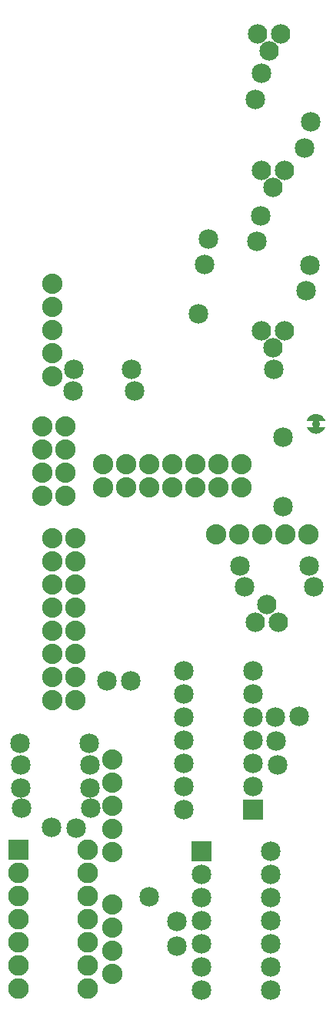
<source format=gts>
G04 MADE WITH FRITZING*
G04 WWW.FRITZING.ORG*
G04 DOUBLE SIDED*
G04 HOLES PLATED*
G04 CONTOUR ON CENTER OF CONTOUR VECTOR*
%ASAXBY*%
%FSLAX23Y23*%
%MOIN*%
%OFA0B0*%
%SFA1.0B1.0*%
%ADD10C,0.088000*%
%ADD11C,0.085000*%
%ADD12C,0.089370*%
%ADD13C,0.084000*%
%ADD14C,0.035000*%
%ADD15R,0.089370X0.089370*%
%ADD16R,0.085000X0.085000*%
%ADD17R,0.001000X0.001000*%
%LNMASK1*%
G90*
G70*
G54D10*
X237Y3210D03*
X237Y3110D03*
X237Y3010D03*
X237Y2910D03*
X237Y2810D03*
X458Y2330D03*
X558Y2330D03*
X658Y2330D03*
X758Y2330D03*
X858Y2330D03*
X958Y2330D03*
X1058Y2330D03*
X458Y2330D03*
X558Y2330D03*
X658Y2330D03*
X758Y2330D03*
X858Y2330D03*
X958Y2330D03*
X1058Y2330D03*
X1058Y2430D03*
X958Y2430D03*
X858Y2430D03*
X758Y2430D03*
X658Y2430D03*
X558Y2430D03*
X458Y2430D03*
G54D11*
X330Y2841D03*
X580Y2841D03*
X328Y2748D03*
X593Y2748D03*
G54D10*
X237Y2109D03*
X237Y2009D03*
X237Y1909D03*
X237Y1809D03*
X237Y1709D03*
X237Y1609D03*
X237Y1509D03*
X237Y1409D03*
X237Y2109D03*
X237Y2009D03*
X237Y1909D03*
X237Y1809D03*
X237Y1709D03*
X237Y1609D03*
X237Y1509D03*
X237Y1409D03*
X337Y1409D03*
X337Y1509D03*
X337Y1609D03*
X337Y1709D03*
X337Y1809D03*
X337Y1909D03*
X337Y2009D03*
X337Y2109D03*
G54D12*
X89Y762D03*
X389Y762D03*
X89Y662D03*
X389Y662D03*
X89Y562D03*
X389Y562D03*
X89Y462D03*
X389Y462D03*
X89Y362D03*
X389Y362D03*
X89Y262D03*
X389Y262D03*
X89Y162D03*
X389Y162D03*
G54D10*
X292Y2295D03*
X292Y2395D03*
X292Y2495D03*
X292Y2595D03*
X292Y2295D03*
X292Y2395D03*
X292Y2495D03*
X292Y2595D03*
X192Y2595D03*
X192Y2495D03*
X192Y2395D03*
X192Y2295D03*
G54D11*
X577Y1494D03*
X341Y857D03*
G54D13*
X1226Y4291D03*
X1176Y4216D03*
X1126Y4291D03*
X1226Y4291D03*
X1176Y4216D03*
X1126Y4291D03*
G54D11*
X778Y348D03*
X1203Y1336D03*
G54D13*
X1244Y3701D03*
X1194Y3626D03*
X1144Y3701D03*
X1244Y3701D03*
X1194Y3626D03*
X1144Y3701D03*
G54D11*
X1208Y1232D03*
X777Y454D03*
G54D13*
X1116Y1747D03*
X1166Y1822D03*
X1216Y1747D03*
X1116Y1747D03*
X1166Y1822D03*
X1216Y1747D03*
G54D11*
X869Y3081D03*
X656Y561D03*
G54D13*
X1242Y3007D03*
X1192Y2932D03*
X1142Y3007D03*
X1242Y3007D03*
X1192Y2932D03*
X1142Y3007D03*
G54D11*
X897Y3295D03*
X1213Y1129D03*
X1329Y3796D03*
X1117Y4008D03*
X914Y3403D03*
X1306Y1339D03*
X1337Y3181D03*
X1124Y3393D03*
X232Y859D03*
X472Y1493D03*
X1350Y1989D03*
X1050Y1989D03*
X1237Y2246D03*
X1237Y2546D03*
X1143Y4121D03*
X1355Y3909D03*
X1140Y3504D03*
X1352Y3291D03*
X1071Y1900D03*
X1371Y1900D03*
X1196Y2840D03*
G54D14*
X1381Y2604D03*
G54D11*
X403Y943D03*
X103Y943D03*
X399Y1031D03*
X99Y1031D03*
X401Y1129D03*
X101Y1129D03*
X398Y1223D03*
X98Y1223D03*
X1106Y937D03*
X806Y937D03*
X1106Y1037D03*
X806Y1037D03*
X1106Y1137D03*
X806Y1137D03*
X1106Y1237D03*
X806Y1237D03*
X1106Y1337D03*
X806Y1337D03*
X1106Y1437D03*
X806Y1437D03*
X1106Y1537D03*
X806Y1537D03*
X882Y758D03*
X1182Y758D03*
X882Y658D03*
X1182Y658D03*
X882Y558D03*
X1182Y558D03*
X882Y458D03*
X1182Y458D03*
X882Y358D03*
X1182Y358D03*
X882Y258D03*
X1182Y258D03*
X882Y158D03*
X1182Y158D03*
G54D10*
X497Y228D03*
X497Y328D03*
X497Y428D03*
X497Y528D03*
X947Y2128D03*
X1047Y2128D03*
X1147Y2128D03*
X1247Y2128D03*
X1347Y2128D03*
X497Y753D03*
X497Y853D03*
X497Y953D03*
X497Y1053D03*
X497Y1153D03*
G54D15*
X89Y762D03*
G54D16*
X1106Y937D03*
X882Y758D03*
G54D17*
X1373Y2646D02*
X1387Y2646D01*
X1368Y2645D02*
X1391Y2645D01*
X1365Y2644D02*
X1394Y2644D01*
X1363Y2643D02*
X1397Y2643D01*
X1361Y2642D02*
X1399Y2642D01*
X1359Y2641D02*
X1401Y2641D01*
X1357Y2640D02*
X1402Y2640D01*
X1356Y2639D02*
X1404Y2639D01*
X1355Y2638D02*
X1405Y2638D01*
X1353Y2637D02*
X1406Y2637D01*
X1352Y2636D02*
X1407Y2636D01*
X1351Y2635D02*
X1408Y2635D01*
X1350Y2634D02*
X1410Y2634D01*
X1349Y2633D02*
X1411Y2633D01*
X1348Y2632D02*
X1411Y2632D01*
X1347Y2631D02*
X1412Y2631D01*
X1347Y2630D02*
X1413Y2630D01*
X1346Y2629D02*
X1414Y2629D01*
X1345Y2628D02*
X1414Y2628D01*
X1344Y2627D02*
X1415Y2627D01*
X1344Y2626D02*
X1416Y2626D01*
X1343Y2625D02*
X1416Y2625D01*
X1343Y2624D02*
X1417Y2624D01*
X1342Y2623D02*
X1417Y2623D01*
X1342Y2622D02*
X1418Y2622D01*
X1341Y2621D02*
X1418Y2621D01*
X1341Y2620D02*
X1419Y2620D01*
X1341Y2619D02*
X1419Y2619D01*
X1340Y2618D02*
X1419Y2618D01*
X1340Y2590D02*
X1419Y2590D01*
X1341Y2589D02*
X1419Y2589D01*
X1341Y2588D02*
X1418Y2588D01*
X1342Y2587D02*
X1418Y2587D01*
X1342Y2586D02*
X1418Y2586D01*
X1343Y2585D02*
X1417Y2585D01*
X1343Y2584D02*
X1417Y2584D01*
X1344Y2583D02*
X1416Y2583D01*
X1344Y2582D02*
X1415Y2582D01*
X1345Y2581D02*
X1415Y2581D01*
X1345Y2580D02*
X1414Y2580D01*
X1346Y2579D02*
X1413Y2579D01*
X1347Y2578D02*
X1413Y2578D01*
X1348Y2577D02*
X1412Y2577D01*
X1349Y2576D02*
X1411Y2576D01*
X1350Y2575D02*
X1410Y2575D01*
X1351Y2574D02*
X1409Y2574D01*
X1352Y2573D02*
X1408Y2573D01*
X1353Y2572D02*
X1407Y2572D01*
X1354Y2571D02*
X1406Y2571D01*
X1355Y2570D02*
X1404Y2570D01*
X1357Y2569D02*
X1403Y2569D01*
X1358Y2568D02*
X1401Y2568D01*
X1360Y2567D02*
X1400Y2567D01*
X1362Y2566D02*
X1398Y2566D01*
X1364Y2565D02*
X1395Y2565D01*
X1367Y2564D02*
X1393Y2564D01*
X1370Y2563D02*
X1389Y2563D01*
X1376Y2562D02*
X1383Y2562D01*
D02*
G04 End of Mask1*
M02*
</source>
